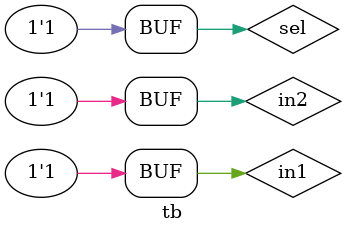
<source format=v>
`timescale 1ns / 100ps
module tb();

reg in1,in2, sel;
wire out1,out2,out3;

mux2x1_rtl_1 mux1(
        .in1(in1), 
        .in2(in2), 
        .select(sel),
        .out(out1)
);


mux2x1_rtl_2 mux2(
        .in1(in1), 
        .in2(in2), 
        .select(sel),
        .out(out2)
);

mux2x1_rtl_3 mux3(
        .in1(in1), 
        .in2(in2), 
        .select(sel),
        .out(out3)
);



initial begin
    in1 = 1'b1;
    in2 = 1'b0;
    sel = 1'b0;
    

    #5 in1 = 1'b1;
    in2 = 1'b0;
    sel = 1'b1;

    #5 in1 = 1'b0;
    in2 = 1'b0;
    sel = 1'b1;

    #5 in1 = 1'b1;
    in2 = 1'b0;
    sel = 1'b0;

    #5 in1 = 1'b1;
    in2 = 1'b1;
    sel = 1'b1;

    #5 in1 = 1'b1;
    in2 = 1'b1;
    sel = 1'b1;
    
end

endmodule

</source>
